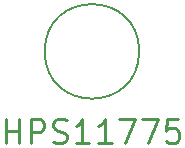
<source format=gbr>
G04 #@! TF.GenerationSoftware,KiCad,Pcbnew,(5.1.4)-1*
G04 #@! TF.CreationDate,2022-04-04T22:54:45-04:00*
G04 #@! TF.ProjectId,CR31,43523331-2e6b-4696-9361-645f70636258,rev?*
G04 #@! TF.SameCoordinates,Original*
G04 #@! TF.FileFunction,Legend,Top*
G04 #@! TF.FilePolarity,Positive*
%FSLAX46Y46*%
G04 Gerber Fmt 4.6, Leading zero omitted, Abs format (unit mm)*
G04 Created by KiCad (PCBNEW (5.1.4)-1) date 2022-04-04 22:54:45*
%MOMM*%
%LPD*%
G04 APERTURE LIST*
%ADD10C,0.250000*%
%ADD11C,0.150000*%
G04 APERTURE END LIST*
D10*
X42714285Y-57754761D02*
X42714285Y-55754761D01*
X42714285Y-56707142D02*
X43857142Y-56707142D01*
X43857142Y-57754761D02*
X43857142Y-55754761D01*
X44809523Y-57754761D02*
X44809523Y-55754761D01*
X45571428Y-55754761D01*
X45761904Y-55850000D01*
X45857142Y-55945238D01*
X45952380Y-56135714D01*
X45952380Y-56421428D01*
X45857142Y-56611904D01*
X45761904Y-56707142D01*
X45571428Y-56802380D01*
X44809523Y-56802380D01*
X46714285Y-57659523D02*
X47000000Y-57754761D01*
X47476190Y-57754761D01*
X47666666Y-57659523D01*
X47761904Y-57564285D01*
X47857142Y-57373809D01*
X47857142Y-57183333D01*
X47761904Y-56992857D01*
X47666666Y-56897619D01*
X47476190Y-56802380D01*
X47095238Y-56707142D01*
X46904761Y-56611904D01*
X46809523Y-56516666D01*
X46714285Y-56326190D01*
X46714285Y-56135714D01*
X46809523Y-55945238D01*
X46904761Y-55850000D01*
X47095238Y-55754761D01*
X47571428Y-55754761D01*
X47857142Y-55850000D01*
X49761904Y-57754761D02*
X48619047Y-57754761D01*
X49190476Y-57754761D02*
X49190476Y-55754761D01*
X49000000Y-56040476D01*
X48809523Y-56230952D01*
X48619047Y-56326190D01*
X51666666Y-57754761D02*
X50523809Y-57754761D01*
X51095238Y-57754761D02*
X51095238Y-55754761D01*
X50904761Y-56040476D01*
X50714285Y-56230952D01*
X50523809Y-56326190D01*
X52333333Y-55754761D02*
X53666666Y-55754761D01*
X52809523Y-57754761D01*
X54238095Y-55754761D02*
X55571428Y-55754761D01*
X54714285Y-57754761D01*
X57285714Y-55754761D02*
X56333333Y-55754761D01*
X56238095Y-56707142D01*
X56333333Y-56611904D01*
X56523809Y-56516666D01*
X57000000Y-56516666D01*
X57190476Y-56611904D01*
X57285714Y-56707142D01*
X57380952Y-56897619D01*
X57380952Y-57373809D01*
X57285714Y-57564285D01*
X57190476Y-57659523D01*
X57000000Y-57754761D01*
X56523809Y-57754761D01*
X56333333Y-57659523D01*
X56238095Y-57564285D01*
D11*
X54000000Y-50000000D02*
G75*
G03X54000000Y-50000000I-4000000J0D01*
G01*
M02*

</source>
